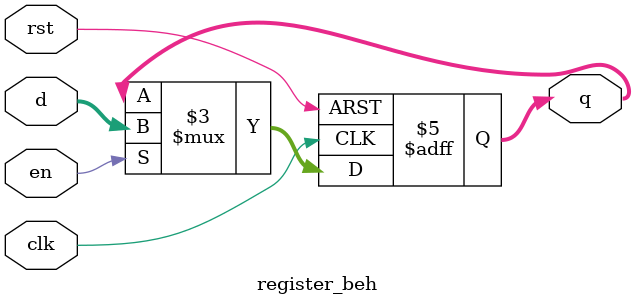
<source format=sv>
`timescale 1ns / 1ps

module register_beh (
    input clk,
    input rst,
    input en,
    input [3:0] d,
    output logic [3:0] q
);


  always @(posedge clk, negedge rst) begin
    if (~rst) q <= 4'h0;
    else if(en) q <= d;
  end
endmodule

</source>
